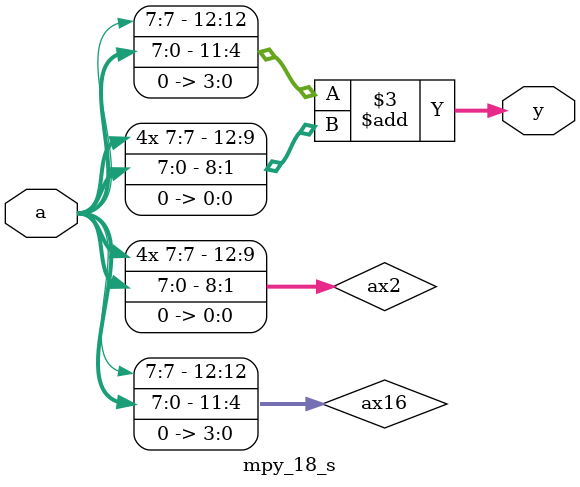
<source format=sv>

module mpy_18_s #(parameter W=8) (
	input logic signed [W-1:0] a,
	output logic signed [W+5-1:0] y
	)
	;
   logic [W+5-1:0] ax16;
   logic [W+5-1:0] ax2;



   assign ax16 = a << 4;
   assign ax2 = a << 1;

   assign y = ax16 + ax2;

endmodule: mpy_18_s
</source>
